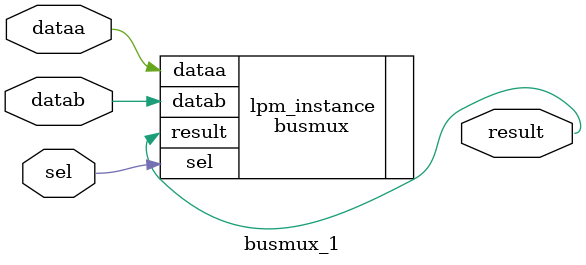
<source format=v>



module busmux_1(sel,dataa,datab,result);
input sel;
input [0:0] dataa;
input [0:0] datab;
output [0:0] result;

busmux	lpm_instance(.sel(sel),.dataa(dataa),.datab(datab),.result(result));
	defparam	lpm_instance.width = 1;

endmodule

</source>
